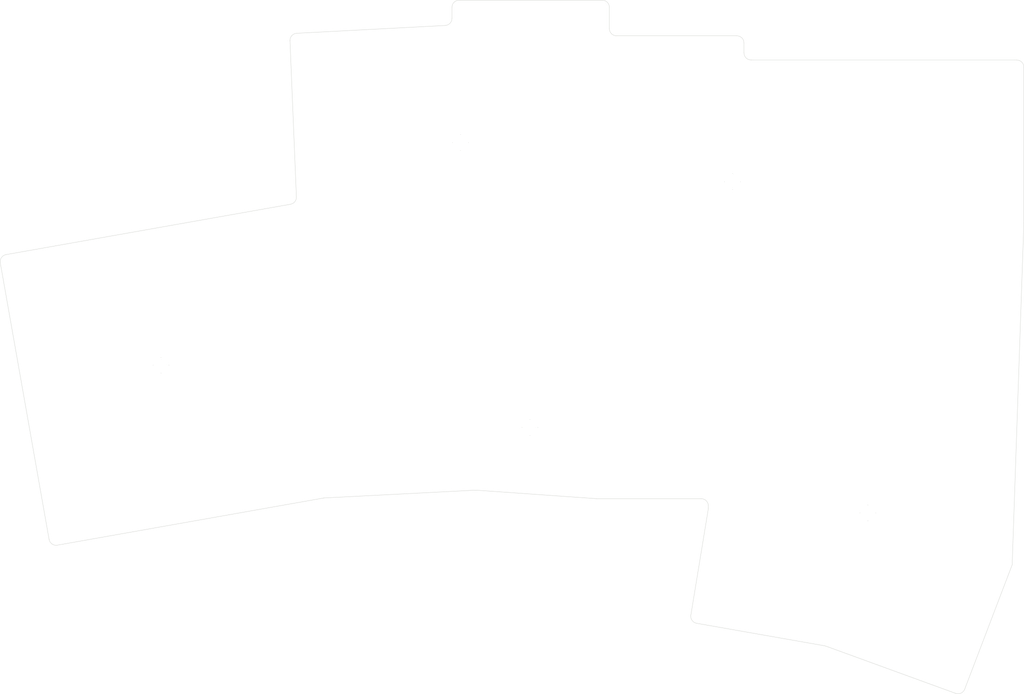
<source format=kicad_pcb>
(kicad_pcb (version 20241229) (generator "pcbnew") (generator_version "9.0")
  (layers (0 "F.Cu" signal) (2 "B.Cu" signal) (13 "F.Paste" user) (15 "B.Paste" user) (5 "F.SilkS" user "F.Silkscreen") (7 "B.SilkS" user "B.Silkscreen") (1 "F.Mask" user) (3 "B.Mask" user) (25 "Edge.Cuts" user))
  (net 0 "")
  (footprint "benri-projects:MECHANICAL_HOLE_M2" (layer "F.Cu") (at 120.015792 64.349201)
    (property "Reference" "REF**" (hide yes))
    (property "Value" "MECHANICAL_HOLE_M2" (hide yes))
    (pad "" np_thru_hole circle (at 0 0) (size 2.2 2.2) (drill 2.2) (layers "*.Cu" "*.Mask"))
  )
  (footprint "benri-projects:MECHANICAL_HOLE_M2" (layer "F.Cu") (at 129.765792 104.349193)
    (property "Reference" "REF**" (hide yes))
    (property "Value" "MECHANICAL_HOLE_M2" (hide yes))
    (pad "" np_thru_hole circle (at 0 0) (size 2.2 2.2) (drill 2.2) (layers "*.Cu" "*.Mask"))
  )
  (footprint "benri-projects:MECHANICAL_HOLE_M2" (layer "F.Cu") (at 158.215793 69.8492)
    (property "Reference" "REF**" (hide yes))
    (property "Value" "MECHANICAL_HOLE_M2" (hide yes))
    (pad "" np_thru_hole circle (at 0 0) (size 2.2 2.2) (drill 2.2) (layers "*.Cu" "*.Mask"))
  )
  (footprint "benri-projects:MECHANICAL_HOLE_M2" (layer "F.Cu") (at 77.965796 95.599193)
    (property "Reference" "REF**" (hide yes))
    (property "Value" "MECHANICAL_HOLE_M2" (hide yes))
    (pad "" np_thru_hole circle (at 0 0) (size 2.2 2.2) (drill 2.2) (layers "*.Cu" "*.Mask"))
  )
  (footprint "benri-projects:MECHANICAL_HOLE_M2" (layer "F.Cu") (at 177.215782 116.349193)
    (property "Reference" "REF**" (hide yes))
    (property "Value" "MECHANICAL_HOLE_M2" (hide yes))
    (pad "" np_thru_hole circle (at 0 0) (size 2.2 2.2) (drill 2.2) (layers "*.Cu" "*.Mask"))
  )
  (gr_curve (pts (xy 197.478393 123.628795) (xy 195.256652 129.451167) (xy 193.034926 135.273524) (xy 190.813186 141.095897)) (stroke (width 0.049999)) (layer "Edge.Cuts"))
  (gr_curve (pts (xy 152.361091 130.691386) (xy 152.266967 131.234584) (xy 152.630233 131.751506) (xy 153.173194 131.846995)) (stroke (width 0.049999)) (layer "Edge.Cuts"))
  (gr_curve (pts (xy 97.014991 48.9966) (xy 96.750037 49.010524) (xy 96.501479 49.129169) (xy 96.324038 49.326419)) (stroke (width 0.049999)) (layer "Edge.Cuts"))
  (gr_line (start 100.75479 114.25999) (end 63.401099 120.87469) (stroke (width 0.049999)) (layer "Edge.Cuts"))
  (gr_curve (pts (xy 189.534484 141.684993) (xy 190.050155 141.872768) (xy 190.620803 141.609874) (xy 190.813186 141.095897)) (stroke (width 0.049999)) (layer "Edge.Cuts"))
  (gr_curve (pts (xy 56.2 80.075) (xy 55.656398 80.171222) (xy 55.293603 80.689746) (xy 55.389499 81.233401)) (stroke (width 0.049999)) (layer "Edge.Cuts"))
  (gr_line (start 100.877593 114.245998) (end 100.75479 114.260005) (stroke (width 0.049999)) (layer "Edge.Cuts"))
  (gr_line (start 120.015792 65.449199) (end 120.015792 63.249202) (stroke (width 0.099999)) (layer "Edge.Cuts"))
  (gr_line (start 157.11579 69.8492) (end 159.315795 69.8492) (stroke (width 0.099999)) (layer "Edge.Cuts"))
  (gr_line (start 62.241898 120.063792) (end 62.242 120.063792) (stroke (width 0.049999)) (layer "Edge.Cuts"))
  (gr_line (start 100.75479 114.25999) (end 100.75479 114.260005) (stroke (width 0.049999)) (layer "Edge.Cuts"))
  (gr_line (start 153.815795 114.349193) (end 139.150992 114.349193) (stroke (width 0.049999)) (layer "Edge.Cuts"))
  (gr_line (start 128.665793 104.349193) (end 130.86579 104.349193) (stroke (width 0.099999)) (layer "Edge.Cuts"))
  (gr_line (start 118.815795 46.900401) (end 118.815795 45.3492) (stroke (width 0.049999)) (layer "Edge.Cuts"))
  (gr_line (start 96.968795 71.965602) (end 96.068896 50.048297) (stroke (width 0.049999)) (layer "Edge.Cuts"))
  (gr_curve (pts (xy 119.815795 44.3492) (xy 119.550582 44.3492) (xy 119.296225 44.454555) (xy 119.108687 44.642093)) (stroke (width 0.049999)) (layer "Edge.Cuts"))
  (gr_line (start 176.115783 116.349193) (end 178.31578 116.349193) (stroke (width 0.099999)) (layer "Edge.Cuts"))
  (gr_curve (pts (xy 62.65352 120.709422) (xy 62.870917 120.861507) (xy 63.13985 120.92097) (xy 63.401099 120.87469)) (stroke (width 0.049999)) (layer "Edge.Cuts"))
  (gr_line (start 199.115783 75.649203) (end 197.478393 123.628795) (stroke (width 0.05)) (layer "Edge.Cuts"))
  (gr_curve (pts (xy 189.534392 141.6851) (xy 183.464019 139.474803) (xy 177.39366 137.264491) (xy 171.323287 135.054195)) (stroke (width 0.049999)) (layer "Edge.Cuts"))
  (gr_line (start 160.81578 52.749202) (end 198.115783 52.749202) (stroke (width 0.049999)) (layer "Edge.Cuts"))
  (gr_curve (pts (xy 117.868392 47.899097) (xy 118.399512 47.871074) (xy 118.815787 47.432254) (xy 118.815795 46.900401)) (stroke (width 0.049999)) (layer "Edge.Cuts"))
  (gr_line (start 139.150985 114.349193) (end 139.150992 114.349193) (stroke (width 0.049999)) (layer "Edge.Cuts"))
  (gr_line (start 56.2 80.075) (end 96.144496 73.003398) (stroke (width 0.049999)) (layer "Edge.Cuts"))
  (gr_curve (pts (xy 159.815795 51.749202) (xy 159.815787 52.301486) (xy 160.263488 52.749194) (xy 160.815764 52.749202)) (stroke (width 0.049999)) (layer "Edge.Cuts"))
  (gr_line (start 141.915793 49.3492) (end 158.815795 49.3492) (stroke (width 0.049999)) (layer "Edge.Cuts"))
  (gr_line (start 96.068892 50.048297) (end 96.068896 50.048297) (stroke (width 0.049999)) (layer "Edge.Cuts"))
  (gr_line (start 158.215796 70.949199) (end 158.215796 68.749202) (stroke (width 0.099999)) (layer "Edge.Cuts"))
  (gr_line (start 139.080596 114.34669) (end 122.176795 113.153499) (stroke (width 0.049999)) (layer "Edge.Cuts"))
  (gr_line (start 139.080596 114.34669) (end 139.150985 114.349193) (stroke (width 0.049999)) (layer "Edge.Cuts"))
  (gr_line (start 129.765792 105.449199) (end 129.765792 103.249187) (stroke (width 0.099999)) (layer "Edge.Cuts"))
  (gr_line (start 171.154281 135.008998) (end 153.173194 131.846995) (stroke (width 0.049999)) (layer "Edge.Cuts"))
  (gr_line (start 189.534392 141.6851) (end 189.534484 141.684993) (stroke (width 0.049999)) (layer "Edge.Cuts"))
  (gr_curve (pts (xy 62.242 120.063792) (xy 62.288083 120.325084) (xy 62.436122 120.557338) (xy 62.65352 120.709422)) (stroke (width 0.049999)) (layer "Edge.Cuts"))
  (gr_line (start 199.115783 53.749202) (end 199.115783 75.649203) (stroke (width 0.049999)) (layer "Edge.Cuts"))
  (gr_curve (pts (xy 154.522902 114.642085) (xy 154.335364 114.454555) (xy 154.081008 114.349193) (xy 153.815795 114.349193)) (stroke (width 0.049999)) (layer "Edge.Cuts"))
  (gr_curve (pts (xy 96.144496 73.003398) (xy 96.64199 72.915393) (xy 96.995666 72.470103) (xy 96.968795 71.965602)) (stroke (width 0.049999)) (layer "Edge.Cuts"))
  (gr_line (start 140.915793 45.3492) (end 140.915793 48.3492) (stroke (width 0.049999)) (layer "Edge.Cuts"))
  (gr_curve (pts (xy 140.915793 45.3492) (xy 140.915793 45.083987) (xy 140.810439 44.829631) (xy 140.622901 44.642093)) (stroke (width 0.049999)) (layer "Edge.Cuts"))
  (gr_line (start 122.176795 113.153499) (end 122.054792 113.1524) (stroke (width 0.049999)) (layer "Edge.Cuts"))
  (gr_line (start 122.054792 113.1524) (end 100.877593 114.245998) (stroke (width 0.049999)) (layer "Edge.Cuts"))
  (gr_line (start 171.323287 135.054195) (end 171.154281 135.008998) (stroke (width 0.049999)) (layer "Edge.Cuts"))
  (gr_line (start 177.215789 117.449199) (end 177.215789 115.249187) (stroke (width 0.099999)) (layer "Edge.Cuts"))
  (gr_curve (pts (xy 141.208686 49.056308) (xy 141.396224 49.243846) (xy 141.65058 49.3492) (xy 141.915793 49.3492)) (stroke (width 0.049999)) (layer "Edge.Cuts"))
  (gr_line (start 160.81578 52.749202) (end 160.815764 52.749202) (stroke (width 0.049999)) (layer "Edge.Cuts"))
  (gr_line (start 76.865798 95.599193) (end 79.065799 95.599193) (stroke (width 0.099999)) (layer "Edge.Cuts"))
  (gr_curve (pts (xy 159.522902 49.642093) (xy 159.335364 49.454555) (xy 159.081008 49.3492) (xy 158.815795 49.3492)) (stroke (width 0.049999)) (layer "Edge.Cuts"))
  (gr_curve (pts (xy 199.115783 53.749202) (xy 199.115783 53.483989) (xy 199.010421 53.229632) (xy 198.82289 53.042094)) (stroke (width 0.049999)) (layer "Edge.Cuts"))
  (gr_curve (pts (xy 140.915793 48.3492) (xy 140.915793 48.614413) (xy 141.021148 48.86877) (xy 141.208686 49.056308)) (stroke (width 0.049999)) (layer "Edge.Cuts"))
  (gr_line (start 118.915793 64.3492) (end 121.11579 64.3492) (stroke (width 0.099999)) (layer "Edge.Cuts"))
  (gr_curve (pts (xy 159.815795 50.3492) (xy 159.815795 50.083987) (xy 159.710441 49.829631) (xy 159.522902 49.642093)) (stroke (width 0.049999)) (layer "Edge.Cuts"))
  (gr_line (start 159.815795 50.3492) (end 159.815795 51.749202) (stroke (width 0.049999)) (layer "Edge.Cuts"))
  (gr_curve (pts (xy 152.361091 130.691386) (xy 153.174422 125.738887) (xy 153.987761 120.786388) (xy 154.801093 115.833888)) (stroke (width 0.049999)) (layer "Edge.Cuts"))
  (gr_line (start 154.815795 115.663188) (end 154.815795 115.663203) (stroke (width 0.049999)) (layer "Edge.Cuts"))
  (gr_line (start 154.801093 115.833888) (end 154.815795 115.663203) (stroke (width 0.049999)) (layer "Edge.Cuts"))
  (gr_line (start 77.965796 96.699199) (end 77.965796 94.499187) (stroke (width 0.099999)) (layer "Edge.Cuts"))
  (gr_curve (pts (xy 198.82289 53.042094) (xy 198.63536 52.854556) (xy 198.380996 52.749202) (xy 198.115783 52.749202)) (stroke (width 0.049999)) (layer "Edge.Cuts"))
  (gr_curve (pts (xy 154.815795 115.349193) (xy 154.815795 115.08398) (xy 154.710441 114.829616) (xy 154.522902 114.642085)) (stroke (width 0.049999)) (layer "Edge.Cuts"))
  (gr_line (start 154.815795 115.663188) (end 154.815795 115.349193) (stroke (width 0.049999)) (layer "Edge.Cuts"))
  (gr_line (start 119.815795 44.3492) (end 139.915793 44.3492) (stroke (width 0.049999)) (layer "Edge.Cuts"))
  (gr_curve (pts (xy 96.324038 49.326419) (xy 96.146594 49.523669) (xy 96.054812 49.783351) (xy 96.068892 50.048297)) (stroke (width 0.049999)) (layer "Edge.Cuts"))
  (gr_curve (pts (xy 97.014991 48.9966) (xy 103.966124 48.630763) (xy 110.917258 48.264934) (xy 117.868392 47.899097)) (stroke (width 0.049999)) (layer "Edge.Cuts"))
  (gr_curve (pts (xy 140.622901 44.642093) (xy 140.435363 44.454555) (xy 140.181006 44.3492) (xy 139.915793 44.3492)) (stroke (width 0.049999)) (layer "Edge.Cuts"))
  (gr_curve (pts (xy 62.241898 120.063792) (xy 59.957765 107.120326) (xy 57.673633 94.17686) (xy 55.389499 81.233401)) (stroke (width 0.049999)) (layer "Edge.Cuts"))
  (gr_curve (pts (xy 119.108687 44.642093) (xy 118.921149 44.829631) (xy 118.815795 45.083987) (xy 118.815795 45.3492)) (stroke (width 0.049999)) (layer "Edge.Cuts"))
)
</source>
